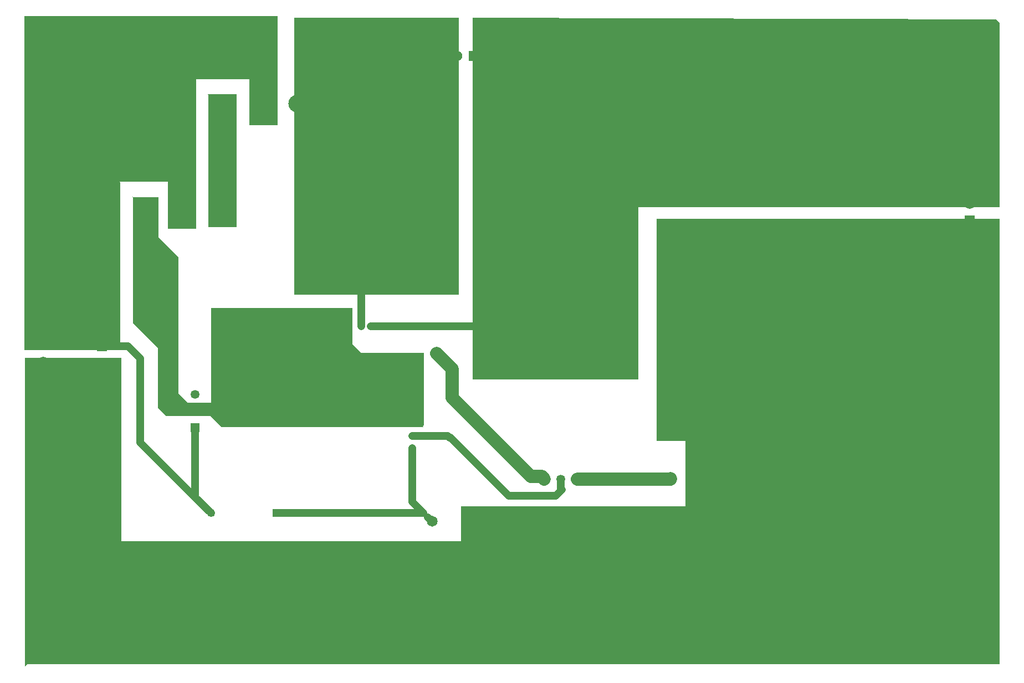
<source format=gbl>
G04*
G04 #@! TF.GenerationSoftware,Altium Limited,Altium Designer,23.2.1 (34)*
G04*
G04 Layer_Physical_Order=2*
G04 Layer_Color=16711680*
%FSLAX44Y44*%
%MOMM*%
G71*
G04*
G04 #@! TF.SameCoordinates,1D430AEC-14A7-47DC-8016-A447EEC89EF4*
G04*
G04*
G04 #@! TF.FilePolarity,Positive*
G04*
G01*
G75*
%ADD15C,1.3500*%
%ADD16R,1.3500X1.3500*%
%ADD17C,1.5700*%
%ADD18R,1.5700X1.5700*%
%ADD20C,2.6500*%
%ADD21R,2.6500X2.6500*%
%ADD22C,1.2500*%
%ADD23R,1.2500X1.2500*%
%ADD26R,1.5700X1.5700*%
%ADD28R,1.3500X1.3500*%
%ADD31R,1.2500X1.2500*%
%ADD32R,1.0500X1.0500*%
%ADD33C,1.0500*%
%ADD34C,1.4000*%
%ADD35R,1.0500X1.0500*%
%ADD36C,1.6500*%
%ADD37C,2.0000*%
%ADD38C,1.2000*%
G36*
X656590Y1094740D02*
X613410D01*
Y1164590D01*
X532130D01*
Y946150D01*
Y941070D01*
X532130Y935990D01*
X488950D01*
Y1009650D01*
X487680Y1008380D01*
X415290D01*
X416560Y1007110D01*
Y750570D01*
X269978D01*
Y1261110D01*
X656590D01*
Y1094740D01*
D02*
G37*
G36*
X594360Y939800D02*
X593090Y938530D01*
X551180D01*
Y1140460D01*
X549910Y1141730D01*
X594360D01*
Y939800D01*
D02*
G37*
G36*
X683260Y1258570D02*
X933450D01*
Y835660D01*
X681990D01*
Y1249680D01*
Y1258570D01*
Y1259840D01*
X683260Y1258570D01*
D02*
G37*
G36*
X1755140Y1256030D02*
X1760220Y1250950D01*
Y969010D01*
X1207770D01*
Y706120D01*
X955040D01*
Y1258558D01*
X1755140Y1256030D01*
D02*
G37*
G36*
X435610Y984250D02*
X474980D01*
Y923290D01*
X505460Y892810D01*
Y718820D01*
Y684530D01*
X519430Y670560D01*
X554990D01*
Y814705D01*
X770890D01*
X770890Y760095D01*
X784860Y746125D01*
X880110D01*
Y635635D01*
X878840Y634365D01*
X880110Y633095D01*
X571500D01*
X554355Y650240D01*
X486410D01*
X473710Y662940D01*
Y754380D01*
X435610Y792480D01*
Y984250D01*
X434340D01*
X435610Y985520D01*
Y984250D01*
D02*
G37*
G36*
X1760220Y270510D02*
X274320D01*
X270510Y266700D01*
Y739140D01*
X417830D01*
X417830Y735330D01*
Y731520D01*
Y458470D01*
X937260D01*
Y511810D01*
X1280160D01*
Y612140D01*
X1235710D01*
Y951230D01*
X1760220D01*
Y270510D01*
D02*
G37*
D15*
X530860Y683260D02*
D03*
Y657860D02*
D03*
X997690Y1098550D02*
D03*
X899690D02*
D03*
X995150Y1009650D02*
D03*
X897150D02*
D03*
X997690Y916940D02*
D03*
X899690D02*
D03*
X1115060Y553720D02*
D03*
X1089660D02*
D03*
D16*
X530860Y632460D02*
D03*
D17*
X930910Y1200150D02*
D03*
X1714500Y974090D02*
D03*
X388620Y731520D02*
D03*
X298450Y732790D02*
D03*
D18*
X956310Y1200150D02*
D03*
D20*
X686850Y1127760D02*
D03*
X632350D02*
D03*
X566420Y967740D02*
D03*
X511920D02*
D03*
D21*
X577850Y1127760D02*
D03*
X457420Y967740D02*
D03*
D22*
X999960Y745490D02*
D03*
X554990Y501650D02*
D03*
X1257300Y454190D02*
D03*
D23*
X899960Y745490D02*
D03*
X654990Y501650D02*
D03*
D26*
X1714500Y948690D02*
D03*
X388620Y756920D02*
D03*
X298450Y758190D02*
D03*
D28*
X1064260Y553720D02*
D03*
D31*
X1257300Y554190D02*
D03*
D32*
X765000Y787400D02*
D03*
D33*
X784860D02*
D03*
X800000D02*
D03*
X862330Y619760D02*
D03*
Y601000D02*
D03*
D34*
X1414780Y934720D02*
D03*
Y984720D02*
D03*
X1569720Y932180D02*
D03*
Y982180D02*
D03*
X1261110Y935990D02*
D03*
Y985990D02*
D03*
D35*
X862330Y640000D02*
D03*
D36*
X983530Y488950D02*
D03*
X893530D02*
D03*
D37*
X923290Y678180D02*
Y722160D01*
X1043940Y557530D02*
X1060450D01*
X923290Y678180D02*
X1043940Y557530D01*
X1256830Y553720D02*
X1257300Y554190D01*
X1115060Y553720D02*
X1256830D01*
X1060450Y557530D02*
X1064260Y553720D01*
X899960Y745490D02*
X923290Y722160D01*
D38*
X690880Y657860D02*
X760730Y727710D01*
Y783130D01*
X765000Y731980D02*
Y749300D01*
X760730Y783130D02*
X765000Y787400D01*
X760730Y727710D02*
X765000Y731980D01*
X483870Y683260D02*
Y826770D01*
X457420Y853220D02*
Y967740D01*
Y853220D02*
X483870Y826770D01*
X447040Y609600D02*
Y737870D01*
Y609600D02*
X530860Y525780D01*
X427990Y756920D02*
X447040Y737870D01*
X388620Y756920D02*
X427990D01*
X483870Y683260D02*
X509270Y657860D01*
X862330Y619760D02*
X916940D01*
X862330Y518932D02*
X879612Y501650D01*
X862330Y518932D02*
Y601000D01*
X770890Y749300D02*
X862330Y657860D01*
Y640000D02*
Y657860D01*
X566420Y1116330D02*
X577850Y1127760D01*
X566420Y967740D02*
Y1116330D01*
X530860Y657860D02*
X690880D01*
X799400Y787400D02*
X956310D01*
X916940Y619760D02*
X919480Y617220D01*
X886460Y494802D02*
X892312Y488950D01*
X1009650Y528320D02*
X1082040D01*
X920750Y617220D02*
X1009650Y528320D01*
X919480Y617220D02*
X920750D01*
X784860Y848360D02*
X787400Y850900D01*
X784860Y787400D02*
Y848360D01*
X1089660Y553720D02*
X1089947Y553433D01*
Y538193D02*
Y553433D01*
Y538193D02*
X1090930Y537210D01*
X1082040Y528320D02*
X1090930Y537210D01*
X654990Y501650D02*
X879612D01*
X892312Y488950D02*
X893530D01*
X530860Y525780D02*
Y632460D01*
Y525780D02*
X554990Y501650D01*
X509270Y657860D02*
X530860D01*
M02*

</source>
